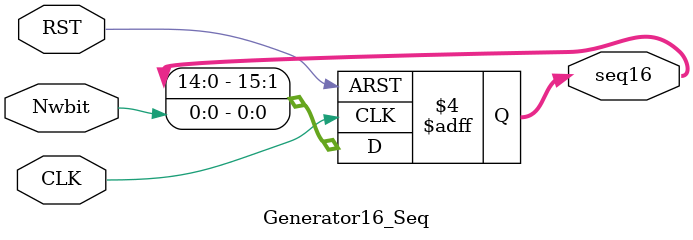
<source format=v>
`timescale 1ns / 1ps

module Generator16_Seq(RST, CLK, Nwbit, seq16);
input RST;
input CLK;
input Nwbit; //From Combinational Logic
output reg [15:0] seq16; //To Pattern Detector, and To Combinational Logic

initial seq16 <= 16'b0001_0010_0011_0100;

always @ (negedge RST or posedge CLK)
begin

	if(!RST)
	begin
		seq16 <= 16'b0001_0010_0011_0100;
	end

	else
	begin
		seq16[15] <= seq16[14];
		seq16[14] <= seq16[13];
		seq16[13] <= seq16[12];
		seq16[12] <= seq16[11];
		seq16[11] <= seq16[10];
		seq16[10] <= seq16[9];
		seq16[9] <= seq16[8];
		seq16[8] <= seq16[7];
		seq16[7] <= seq16[6];
		seq16[6] <= seq16[5];
		seq16[5] <= seq16[4];
		seq16[4] <= seq16[3];
		seq16[3] <= seq16[2];
		seq16[2] <= seq16[1];
		seq16[1] <= seq16[0];
		seq16[0] <= Nwbit;
	end
end
endmodule

</source>
